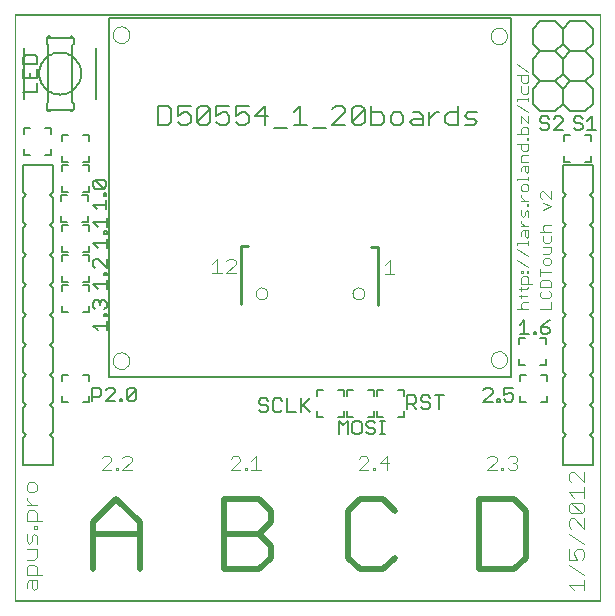
<source format=gto>
G75*
G70*
%OFA0B0*%
%FSLAX24Y24*%
%IPPOS*%
%LPD*%
%AMOC8*
5,1,8,0,0,1.08239X$1,22.5*
%
%ADD10C,0.0000*%
%ADD11C,0.0040*%
%ADD12C,0.0030*%
%ADD13C,0.0200*%
%ADD14C,0.0060*%
%ADD15C,0.0100*%
%ADD16C,0.0050*%
%ADD17C,0.0080*%
D10*
X000736Y000100D02*
X000736Y019663D01*
X020252Y019663D01*
X020252Y000100D01*
X000736Y000100D01*
X000750Y000128D02*
X000750Y019628D01*
X020250Y019628D01*
X020250Y000128D01*
X000750Y000128D01*
X004004Y008120D02*
X004006Y008153D01*
X004012Y008185D01*
X004021Y008216D01*
X004034Y008246D01*
X004051Y008274D01*
X004071Y008300D01*
X004094Y008324D01*
X004119Y008344D01*
X004147Y008362D01*
X004176Y008376D01*
X004207Y008386D01*
X004239Y008393D01*
X004272Y008396D01*
X004305Y008395D01*
X004337Y008390D01*
X004368Y008381D01*
X004399Y008369D01*
X004427Y008353D01*
X004454Y008334D01*
X004478Y008312D01*
X004499Y008287D01*
X004518Y008260D01*
X004533Y008231D01*
X004544Y008201D01*
X004552Y008169D01*
X004556Y008136D01*
X004556Y008104D01*
X004552Y008071D01*
X004544Y008039D01*
X004533Y008009D01*
X004518Y007980D01*
X004499Y007953D01*
X004478Y007928D01*
X004454Y007906D01*
X004427Y007887D01*
X004399Y007871D01*
X004368Y007859D01*
X004337Y007850D01*
X004305Y007845D01*
X004272Y007844D01*
X004239Y007847D01*
X004207Y007854D01*
X004176Y007864D01*
X004147Y007878D01*
X004119Y007896D01*
X004094Y007916D01*
X004071Y007940D01*
X004051Y007966D01*
X004034Y007994D01*
X004021Y008024D01*
X004012Y008055D01*
X004006Y008087D01*
X004004Y008120D01*
X008768Y010364D02*
X008770Y010391D01*
X008776Y010418D01*
X008785Y010444D01*
X008798Y010468D01*
X008814Y010491D01*
X008833Y010510D01*
X008855Y010527D01*
X008879Y010541D01*
X008904Y010551D01*
X008931Y010558D01*
X008958Y010561D01*
X008986Y010560D01*
X009013Y010555D01*
X009039Y010547D01*
X009063Y010535D01*
X009086Y010519D01*
X009107Y010501D01*
X009124Y010480D01*
X009139Y010456D01*
X009150Y010431D01*
X009158Y010405D01*
X009162Y010378D01*
X009162Y010350D01*
X009158Y010323D01*
X009150Y010297D01*
X009139Y010272D01*
X009124Y010248D01*
X009107Y010227D01*
X009086Y010209D01*
X009064Y010193D01*
X009039Y010181D01*
X009013Y010173D01*
X008986Y010168D01*
X008958Y010167D01*
X008931Y010170D01*
X008904Y010177D01*
X008879Y010187D01*
X008855Y010201D01*
X008833Y010218D01*
X008814Y010237D01*
X008798Y010260D01*
X008785Y010284D01*
X008776Y010310D01*
X008770Y010337D01*
X008768Y010364D01*
X011996Y010364D02*
X011998Y010391D01*
X012004Y010418D01*
X012013Y010444D01*
X012026Y010468D01*
X012042Y010491D01*
X012061Y010510D01*
X012083Y010527D01*
X012107Y010541D01*
X012132Y010551D01*
X012159Y010558D01*
X012186Y010561D01*
X012214Y010560D01*
X012241Y010555D01*
X012267Y010547D01*
X012291Y010535D01*
X012314Y010519D01*
X012335Y010501D01*
X012352Y010480D01*
X012367Y010456D01*
X012378Y010431D01*
X012386Y010405D01*
X012390Y010378D01*
X012390Y010350D01*
X012386Y010323D01*
X012378Y010297D01*
X012367Y010272D01*
X012352Y010248D01*
X012335Y010227D01*
X012314Y010209D01*
X012292Y010193D01*
X012267Y010181D01*
X012241Y010173D01*
X012214Y010168D01*
X012186Y010167D01*
X012159Y010170D01*
X012132Y010177D01*
X012107Y010187D01*
X012083Y010201D01*
X012061Y010218D01*
X012042Y010237D01*
X012026Y010260D01*
X012013Y010284D01*
X012004Y010310D01*
X011998Y010337D01*
X011996Y010364D01*
X016602Y008159D02*
X016604Y008192D01*
X016610Y008224D01*
X016619Y008255D01*
X016632Y008285D01*
X016649Y008313D01*
X016669Y008339D01*
X016692Y008363D01*
X016717Y008383D01*
X016745Y008401D01*
X016774Y008415D01*
X016805Y008425D01*
X016837Y008432D01*
X016870Y008435D01*
X016903Y008434D01*
X016935Y008429D01*
X016966Y008420D01*
X016997Y008408D01*
X017025Y008392D01*
X017052Y008373D01*
X017076Y008351D01*
X017097Y008326D01*
X017116Y008299D01*
X017131Y008270D01*
X017142Y008240D01*
X017150Y008208D01*
X017154Y008175D01*
X017154Y008143D01*
X017150Y008110D01*
X017142Y008078D01*
X017131Y008048D01*
X017116Y008019D01*
X017097Y007992D01*
X017076Y007967D01*
X017052Y007945D01*
X017025Y007926D01*
X016997Y007910D01*
X016966Y007898D01*
X016935Y007889D01*
X016903Y007884D01*
X016870Y007883D01*
X016837Y007886D01*
X016805Y007893D01*
X016774Y007903D01*
X016745Y007917D01*
X016717Y007935D01*
X016692Y007955D01*
X016669Y007979D01*
X016649Y008005D01*
X016632Y008033D01*
X016619Y008063D01*
X016610Y008094D01*
X016604Y008126D01*
X016602Y008159D01*
X016602Y018946D02*
X016604Y018979D01*
X016610Y019011D01*
X016619Y019042D01*
X016632Y019072D01*
X016649Y019100D01*
X016669Y019126D01*
X016692Y019150D01*
X016717Y019170D01*
X016745Y019188D01*
X016774Y019202D01*
X016805Y019212D01*
X016837Y019219D01*
X016870Y019222D01*
X016903Y019221D01*
X016935Y019216D01*
X016966Y019207D01*
X016997Y019195D01*
X017025Y019179D01*
X017052Y019160D01*
X017076Y019138D01*
X017097Y019113D01*
X017116Y019086D01*
X017131Y019057D01*
X017142Y019027D01*
X017150Y018995D01*
X017154Y018962D01*
X017154Y018930D01*
X017150Y018897D01*
X017142Y018865D01*
X017131Y018835D01*
X017116Y018806D01*
X017097Y018779D01*
X017076Y018754D01*
X017052Y018732D01*
X017025Y018713D01*
X016997Y018697D01*
X016966Y018685D01*
X016935Y018676D01*
X016903Y018671D01*
X016870Y018670D01*
X016837Y018673D01*
X016805Y018680D01*
X016774Y018690D01*
X016745Y018704D01*
X016717Y018722D01*
X016692Y018742D01*
X016669Y018766D01*
X016649Y018792D01*
X016632Y018820D01*
X016619Y018850D01*
X016610Y018881D01*
X016604Y018913D01*
X016602Y018946D01*
X004004Y018986D02*
X004006Y019019D01*
X004012Y019051D01*
X004021Y019082D01*
X004034Y019112D01*
X004051Y019140D01*
X004071Y019166D01*
X004094Y019190D01*
X004119Y019210D01*
X004147Y019228D01*
X004176Y019242D01*
X004207Y019252D01*
X004239Y019259D01*
X004272Y019262D01*
X004305Y019261D01*
X004337Y019256D01*
X004368Y019247D01*
X004399Y019235D01*
X004427Y019219D01*
X004454Y019200D01*
X004478Y019178D01*
X004499Y019153D01*
X004518Y019126D01*
X004533Y019097D01*
X004544Y019067D01*
X004552Y019035D01*
X004556Y019002D01*
X004556Y018970D01*
X004552Y018937D01*
X004544Y018905D01*
X004533Y018875D01*
X004518Y018846D01*
X004499Y018819D01*
X004478Y018794D01*
X004454Y018772D01*
X004427Y018753D01*
X004399Y018737D01*
X004368Y018725D01*
X004337Y018716D01*
X004305Y018711D01*
X004272Y018710D01*
X004239Y018713D01*
X004207Y018720D01*
X004176Y018730D01*
X004147Y018744D01*
X004119Y018762D01*
X004094Y018782D01*
X004071Y018806D01*
X004051Y018832D01*
X004034Y018860D01*
X004021Y018890D01*
X004012Y018921D01*
X004006Y018953D01*
X004004Y018986D01*
D11*
X007484Y011513D02*
X007484Y011053D01*
X007331Y011053D02*
X007638Y011053D01*
X007791Y011053D02*
X008098Y011360D01*
X008098Y011437D01*
X008022Y011513D01*
X007868Y011513D01*
X007791Y011437D01*
X007484Y011513D02*
X007331Y011360D01*
X007791Y011053D02*
X008098Y011053D01*
X013079Y011014D02*
X013386Y011014D01*
X013233Y011014D02*
X013233Y011474D01*
X013079Y011321D01*
X013134Y004930D02*
X012904Y004700D01*
X013210Y004700D01*
X013134Y004930D02*
X013134Y004469D01*
X012750Y004469D02*
X012673Y004469D01*
X012673Y004546D01*
X012750Y004546D01*
X012750Y004469D01*
X012520Y004469D02*
X012213Y004469D01*
X012520Y004776D01*
X012520Y004853D01*
X012443Y004930D01*
X012290Y004930D01*
X012213Y004853D01*
X008936Y004469D02*
X008629Y004469D01*
X008782Y004469D02*
X008782Y004930D01*
X008629Y004776D01*
X008475Y004546D02*
X008475Y004469D01*
X008399Y004469D01*
X008399Y004546D01*
X008475Y004546D01*
X008245Y004469D02*
X007938Y004469D01*
X008245Y004776D01*
X008245Y004853D01*
X008169Y004930D01*
X008015Y004930D01*
X007938Y004853D01*
X004637Y004789D02*
X004637Y004866D01*
X004560Y004943D01*
X004406Y004943D01*
X004330Y004866D01*
X004637Y004789D02*
X004330Y004482D01*
X004637Y004482D01*
X004176Y004482D02*
X004099Y004482D01*
X004099Y004559D01*
X004176Y004559D01*
X004176Y004482D01*
X003946Y004482D02*
X003639Y004482D01*
X003946Y004789D01*
X003946Y004866D01*
X003869Y004943D01*
X003716Y004943D01*
X003639Y004866D01*
X001480Y003988D02*
X001480Y003815D01*
X001393Y003728D01*
X001220Y003728D01*
X001133Y003815D01*
X001133Y003988D01*
X001220Y004075D01*
X001393Y004075D01*
X001480Y003988D01*
X001133Y003559D02*
X001133Y003472D01*
X001307Y003299D01*
X001480Y003299D02*
X001133Y003299D01*
X001220Y003130D02*
X001393Y003130D01*
X001480Y003043D01*
X001480Y002783D01*
X001480Y002612D02*
X001393Y002612D01*
X001393Y002525D01*
X001480Y002525D01*
X001480Y002612D01*
X001653Y002783D02*
X001133Y002783D01*
X001133Y003043D01*
X001220Y003130D01*
X001133Y002356D02*
X001133Y002096D01*
X001220Y002009D01*
X001307Y002096D01*
X001307Y002270D01*
X001393Y002356D01*
X001480Y002270D01*
X001480Y002009D01*
X001480Y001841D02*
X001133Y001841D01*
X001480Y001841D02*
X001480Y001581D01*
X001393Y001494D01*
X001133Y001494D01*
X001220Y001325D02*
X001393Y001325D01*
X001480Y001238D01*
X001480Y000978D01*
X001480Y000809D02*
X001480Y000549D01*
X001393Y000463D01*
X001307Y000549D01*
X001307Y000809D01*
X001220Y000809D02*
X001133Y000723D01*
X001133Y000549D01*
X001220Y000809D02*
X001480Y000809D01*
X001653Y000978D02*
X001133Y000978D01*
X001133Y001238D01*
X001220Y001325D01*
X016493Y004482D02*
X016800Y004789D01*
X016800Y004866D01*
X016724Y004943D01*
X016570Y004943D01*
X016493Y004866D01*
X016493Y004482D02*
X016800Y004482D01*
X016954Y004482D02*
X017031Y004482D01*
X017031Y004559D01*
X016954Y004559D01*
X016954Y004482D01*
X017184Y004559D02*
X017261Y004482D01*
X017414Y004482D01*
X017491Y004559D01*
X017491Y004636D01*
X017414Y004712D01*
X017337Y004712D01*
X017414Y004712D02*
X017491Y004789D01*
X017491Y004866D01*
X017414Y004943D01*
X017261Y004943D01*
X017184Y004866D01*
X019210Y004332D02*
X019210Y004159D01*
X019296Y004072D01*
X019210Y004332D02*
X019296Y004419D01*
X019383Y004419D01*
X019730Y004072D01*
X019730Y004419D01*
X019730Y003903D02*
X019730Y003556D01*
X019730Y003730D02*
X019210Y003730D01*
X019383Y003556D01*
X019296Y003388D02*
X019643Y003041D01*
X019730Y003127D01*
X019730Y003301D01*
X019643Y003388D01*
X019296Y003388D01*
X019210Y003301D01*
X019210Y003127D01*
X019296Y003041D01*
X019643Y003041D01*
X019730Y002872D02*
X019730Y002525D01*
X019383Y002872D01*
X019296Y002872D01*
X019210Y002785D01*
X019210Y002612D01*
X019296Y002525D01*
X019210Y002356D02*
X019730Y002009D01*
X019643Y001841D02*
X019730Y001754D01*
X019730Y001581D01*
X019643Y001494D01*
X019470Y001494D02*
X019383Y001667D01*
X019383Y001754D01*
X019470Y001841D01*
X019643Y001841D01*
X019470Y001494D02*
X019210Y001494D01*
X019210Y001841D01*
X019210Y001325D02*
X019730Y000978D01*
X019730Y000809D02*
X019730Y000463D01*
X019730Y000636D02*
X019210Y000636D01*
X019383Y000463D01*
D12*
X018610Y009833D02*
X018240Y009833D01*
X018610Y009833D02*
X018610Y010079D01*
X018548Y010201D02*
X018610Y010263D01*
X018610Y010386D01*
X018548Y010448D01*
X018610Y010569D02*
X018610Y010754D01*
X018548Y010816D01*
X018301Y010816D01*
X018240Y010754D01*
X018240Y010569D01*
X018610Y010569D01*
X018301Y010448D02*
X018240Y010386D01*
X018240Y010263D01*
X018301Y010201D01*
X018548Y010201D01*
X017983Y010692D02*
X017613Y010692D01*
X017613Y010877D01*
X017675Y010939D01*
X017798Y010939D01*
X017860Y010877D01*
X017860Y010692D01*
X017860Y010570D02*
X017798Y010508D01*
X017551Y010508D01*
X017613Y010446D02*
X017613Y010570D01*
X017613Y010324D02*
X017613Y010201D01*
X017551Y010263D02*
X017798Y010263D01*
X017860Y010324D01*
X017860Y010079D02*
X017675Y010079D01*
X017613Y010018D01*
X017613Y009894D01*
X017675Y009833D01*
X017490Y009833D02*
X017860Y009833D01*
X018240Y010937D02*
X018240Y011184D01*
X018240Y011061D02*
X018610Y011061D01*
X018548Y011306D02*
X018425Y011306D01*
X018363Y011367D01*
X018363Y011491D01*
X018425Y011553D01*
X018548Y011553D01*
X018610Y011491D01*
X018610Y011367D01*
X018548Y011306D01*
X018548Y011674D02*
X018363Y011674D01*
X018548Y011674D02*
X018610Y011736D01*
X018610Y011921D01*
X018363Y011921D01*
X018425Y012042D02*
X018548Y012042D01*
X018610Y012104D01*
X018610Y012289D01*
X018610Y012411D02*
X018240Y012411D01*
X018363Y012472D02*
X018363Y012596D01*
X018425Y012658D01*
X018610Y012658D01*
X018425Y012411D02*
X018363Y012472D01*
X018363Y012289D02*
X018363Y012104D01*
X018425Y012042D01*
X017860Y012043D02*
X017490Y012043D01*
X017490Y011981D01*
X017490Y011860D02*
X017860Y011613D01*
X017860Y011244D02*
X017490Y011491D01*
X017613Y011122D02*
X017675Y011122D01*
X017675Y011060D01*
X017613Y011060D01*
X017613Y011122D01*
X017798Y011122D02*
X017798Y011060D01*
X017860Y011060D01*
X017860Y011122D01*
X017798Y011122D01*
X017860Y011981D02*
X017860Y012104D01*
X017798Y012227D02*
X017737Y012288D01*
X017737Y012473D01*
X017675Y012473D02*
X017860Y012473D01*
X017860Y012288D01*
X017798Y012227D01*
X017613Y012288D02*
X017613Y012412D01*
X017675Y012473D01*
X017737Y012595D02*
X017613Y012718D01*
X017613Y012780D01*
X017675Y012902D02*
X017613Y012964D01*
X017613Y013149D01*
X017737Y013087D02*
X017737Y012964D01*
X017675Y012902D01*
X017860Y012902D02*
X017860Y013087D01*
X017798Y013149D01*
X017737Y013087D01*
X017798Y013270D02*
X017798Y013332D01*
X017860Y013332D01*
X017860Y013270D01*
X017798Y013270D01*
X017737Y013454D02*
X017613Y013578D01*
X017613Y013639D01*
X017675Y013761D02*
X017613Y013823D01*
X017613Y013946D01*
X017675Y014008D01*
X017798Y014008D01*
X017860Y013946D01*
X017860Y013823D01*
X017798Y013761D01*
X017675Y013761D01*
X017613Y013454D02*
X017860Y013454D01*
X018240Y013577D02*
X018240Y013701D01*
X018301Y013763D01*
X018363Y013763D01*
X018610Y013516D01*
X018610Y013763D01*
X018301Y013516D02*
X018240Y013577D01*
X018363Y013394D02*
X018610Y013271D01*
X018363Y013147D01*
X017860Y012595D02*
X017613Y012595D01*
X017490Y014130D02*
X017490Y014191D01*
X017860Y014191D01*
X017860Y014130D02*
X017860Y014253D01*
X017798Y014375D02*
X017737Y014437D01*
X017737Y014622D01*
X017675Y014622D02*
X017860Y014622D01*
X017860Y014437D01*
X017798Y014375D01*
X017613Y014437D02*
X017613Y014560D01*
X017675Y014622D01*
X017613Y014743D02*
X017613Y014929D01*
X017675Y014990D01*
X017860Y014990D01*
X017798Y015112D02*
X017675Y015112D01*
X017613Y015173D01*
X017613Y015359D01*
X017490Y015359D02*
X017860Y015359D01*
X017860Y015173D01*
X017798Y015112D01*
X017798Y015480D02*
X017798Y015542D01*
X017860Y015542D01*
X017860Y015480D01*
X017798Y015480D01*
X017860Y015664D02*
X017490Y015664D01*
X017613Y015664D02*
X017613Y015849D01*
X017675Y015911D01*
X017798Y015911D01*
X017860Y015849D01*
X017860Y015664D01*
X017860Y016032D02*
X017860Y016279D01*
X017860Y016401D02*
X017490Y016648D01*
X017490Y016769D02*
X017490Y016831D01*
X017860Y016831D01*
X017860Y016769D02*
X017860Y016893D01*
X017798Y017015D02*
X017860Y017076D01*
X017860Y017262D01*
X017798Y017383D02*
X017675Y017383D01*
X017613Y017445D01*
X017613Y017630D01*
X017490Y017630D02*
X017860Y017630D01*
X017860Y017445D01*
X017798Y017383D01*
X017613Y017262D02*
X017613Y017076D01*
X017675Y017015D01*
X017798Y017015D01*
X017860Y017751D02*
X017490Y017998D01*
X017613Y016279D02*
X017860Y016032D01*
X017613Y016032D02*
X017613Y016279D01*
X017613Y014743D02*
X017860Y014743D01*
D13*
X017396Y003510D02*
X016225Y003510D01*
X016225Y001168D01*
X017396Y001168D01*
X017786Y001558D01*
X017786Y003119D01*
X017396Y003510D01*
X013411Y003119D02*
X013021Y003510D01*
X012240Y003510D01*
X011850Y003119D01*
X011850Y001558D01*
X012240Y001168D01*
X013021Y001168D01*
X013411Y001558D01*
X009286Y001558D02*
X008896Y001168D01*
X007725Y001168D01*
X007725Y003510D01*
X008896Y003510D01*
X009286Y003119D01*
X009286Y002729D01*
X008896Y002339D01*
X007725Y002339D01*
X008896Y002339D02*
X009286Y001948D01*
X009286Y001558D01*
X004911Y001168D02*
X004911Y002729D01*
X004131Y003510D01*
X003350Y002729D01*
X003350Y001168D01*
X003350Y002339D02*
X004911Y002339D01*
D14*
X003200Y006743D02*
X003000Y006743D01*
X003200Y006743D02*
X003200Y006943D01*
X003200Y007443D02*
X003200Y007643D01*
X003000Y007643D01*
X002500Y007643D02*
X002300Y007643D01*
X002300Y007443D01*
X002300Y006943D02*
X002300Y006743D01*
X002500Y006743D01*
X002500Y009743D02*
X002300Y009743D01*
X002300Y009943D01*
X002300Y010443D02*
X002300Y010643D01*
X002500Y010643D01*
X002500Y010743D02*
X002300Y010743D01*
X002300Y010943D01*
X002300Y011443D02*
X002300Y011643D01*
X002500Y011643D01*
X002500Y011743D02*
X002300Y011743D01*
X002300Y011943D01*
X002300Y012443D02*
X002300Y012643D01*
X002500Y012643D01*
X002479Y012749D02*
X002279Y012749D01*
X002279Y012949D01*
X002279Y013449D02*
X002279Y013649D01*
X002479Y013649D01*
X002500Y013743D02*
X002300Y013743D01*
X002300Y013943D01*
X002300Y014443D02*
X002300Y014643D01*
X002500Y014643D01*
X002500Y014743D02*
X002300Y014743D01*
X002300Y014943D01*
X001950Y014993D02*
X001750Y014993D01*
X001950Y014993D02*
X001950Y015193D01*
X002300Y015443D02*
X002300Y015643D01*
X002500Y015643D01*
X003000Y015643D02*
X003200Y015643D01*
X003200Y015443D01*
X003200Y014943D02*
X003200Y014743D01*
X003000Y014743D01*
X003000Y014643D02*
X003200Y014643D01*
X003200Y014443D01*
X003200Y013943D02*
X003200Y013743D01*
X003000Y013743D01*
X002979Y013649D02*
X003179Y013649D01*
X003179Y013449D01*
X003179Y012949D02*
X003179Y012749D01*
X002979Y012749D01*
X003000Y012643D02*
X003200Y012643D01*
X003200Y012443D01*
X003200Y011943D02*
X003200Y011743D01*
X003000Y011743D01*
X003000Y011643D02*
X003200Y011643D01*
X003200Y011443D01*
X003200Y010943D02*
X003200Y010743D01*
X003000Y010743D01*
X003000Y010643D02*
X003200Y010643D01*
X003200Y010443D01*
X003200Y009943D02*
X003200Y009743D01*
X003000Y009743D01*
X001250Y014993D02*
X001050Y014993D01*
X001050Y015193D01*
X001050Y015693D02*
X001050Y015893D01*
X001250Y015893D01*
X001750Y015893D02*
X001950Y015893D01*
X001950Y015693D01*
X001900Y016443D02*
X001883Y016445D01*
X001866Y016449D01*
X001850Y016456D01*
X001836Y016466D01*
X001823Y016479D01*
X001813Y016493D01*
X001806Y016509D01*
X001802Y016526D01*
X001800Y016543D01*
X001800Y016693D01*
X001850Y016743D01*
X001850Y018643D01*
X001800Y018693D01*
X001800Y018843D01*
X001802Y018860D01*
X001806Y018877D01*
X001813Y018893D01*
X001823Y018907D01*
X001836Y018920D01*
X001850Y018930D01*
X001866Y018937D01*
X001883Y018941D01*
X001900Y018943D01*
X002600Y018943D02*
X002617Y018941D01*
X002634Y018937D01*
X002650Y018930D01*
X002664Y018920D01*
X002677Y018907D01*
X002687Y018893D01*
X002694Y018877D01*
X002698Y018860D01*
X002700Y018843D01*
X002700Y018693D01*
X002650Y018643D01*
X002650Y016743D01*
X002700Y016693D01*
X002700Y016543D01*
X002698Y016526D01*
X002694Y016509D01*
X002687Y016493D01*
X002677Y016479D01*
X002664Y016466D01*
X002650Y016456D01*
X002634Y016449D01*
X002617Y016445D01*
X002600Y016443D01*
X005530Y016613D02*
X005530Y015973D01*
X005850Y015973D01*
X005957Y016079D01*
X005957Y016506D01*
X005850Y016613D01*
X005530Y016613D01*
X006175Y016613D02*
X006175Y016293D01*
X006388Y016400D01*
X006495Y016400D01*
X006602Y016293D01*
X006602Y016079D01*
X006495Y015973D01*
X006281Y015973D01*
X006175Y016079D01*
X006175Y016613D02*
X006602Y016613D01*
X006819Y016506D02*
X006926Y016613D01*
X007139Y016613D01*
X007246Y016506D01*
X006819Y016079D01*
X006926Y015973D01*
X007139Y015973D01*
X007246Y016079D01*
X007246Y016506D01*
X007464Y016613D02*
X007464Y016293D01*
X007677Y016400D01*
X007784Y016400D01*
X007891Y016293D01*
X007891Y016079D01*
X007784Y015973D01*
X007570Y015973D01*
X007464Y016079D01*
X007464Y016613D02*
X007891Y016613D01*
X008108Y016613D02*
X008108Y016293D01*
X008322Y016400D01*
X008428Y016400D01*
X008535Y016293D01*
X008535Y016079D01*
X008428Y015973D01*
X008215Y015973D01*
X008108Y016079D01*
X008108Y016613D02*
X008535Y016613D01*
X008753Y016293D02*
X009180Y016293D01*
X009073Y015973D02*
X009073Y016613D01*
X008753Y016293D01*
X009397Y015866D02*
X009824Y015866D01*
X010042Y015973D02*
X010469Y015973D01*
X010255Y015973D02*
X010255Y016613D01*
X010042Y016400D01*
X010686Y015866D02*
X011113Y015866D01*
X011331Y015973D02*
X011758Y016400D01*
X011758Y016506D01*
X011651Y016613D01*
X011438Y016613D01*
X011331Y016506D01*
X011331Y015973D02*
X011758Y015973D01*
X011975Y016079D02*
X012403Y016506D01*
X012403Y016079D01*
X012296Y015973D01*
X012082Y015973D01*
X011975Y016079D01*
X011975Y016506D01*
X012082Y016613D01*
X012296Y016613D01*
X012403Y016506D01*
X012620Y016400D02*
X012940Y016400D01*
X013047Y016293D01*
X013047Y016079D01*
X012940Y015973D01*
X012620Y015973D01*
X012620Y016613D01*
X013265Y016293D02*
X013265Y016079D01*
X013371Y015973D01*
X013585Y015973D01*
X013692Y016079D01*
X013692Y016293D01*
X013585Y016400D01*
X013371Y016400D01*
X013265Y016293D01*
X013909Y016079D02*
X014016Y016186D01*
X014336Y016186D01*
X014336Y016293D02*
X014336Y015973D01*
X014016Y015973D01*
X013909Y016079D01*
X014016Y016400D02*
X014229Y016400D01*
X014336Y016293D01*
X014554Y016400D02*
X014554Y015973D01*
X014554Y016186D02*
X014767Y016400D01*
X014874Y016400D01*
X015091Y016293D02*
X015198Y016400D01*
X015518Y016400D01*
X015518Y016613D02*
X015518Y015973D01*
X015198Y015973D01*
X015091Y016079D01*
X015091Y016293D01*
X015735Y016293D02*
X015842Y016400D01*
X016162Y016400D01*
X016056Y016186D02*
X015842Y016186D01*
X015735Y016293D01*
X015735Y015973D02*
X016056Y015973D01*
X016162Y016079D01*
X016056Y016186D01*
X018000Y016693D02*
X018000Y017193D01*
X018250Y017443D01*
X018000Y017693D01*
X018000Y018193D01*
X018250Y018443D01*
X018000Y018693D01*
X018000Y019193D01*
X018250Y019443D01*
X018750Y019443D01*
X019000Y019193D01*
X019000Y018693D01*
X018750Y018443D01*
X019000Y018193D01*
X019000Y017693D01*
X018750Y017443D01*
X019000Y017193D01*
X019000Y016693D01*
X018750Y016443D01*
X018250Y016443D01*
X018000Y016693D01*
X018250Y017443D02*
X018750Y017443D01*
X019000Y017693D02*
X019000Y018193D01*
X019250Y018443D01*
X019000Y018693D01*
X019000Y019193D01*
X019250Y019443D01*
X019750Y019443D01*
X020000Y019193D01*
X020000Y018693D01*
X019750Y018443D01*
X020000Y018193D01*
X020000Y017693D01*
X019750Y017443D01*
X020000Y017193D01*
X020000Y016693D01*
X019750Y016443D01*
X019250Y016443D01*
X019000Y016693D01*
X019000Y017193D01*
X019250Y017443D01*
X019000Y017693D01*
X019250Y017443D02*
X019750Y017443D01*
X019750Y018443D02*
X019250Y018443D01*
X018750Y018443D02*
X018250Y018443D01*
X019050Y015643D02*
X019050Y015443D01*
X019050Y015643D02*
X019250Y015643D01*
X019750Y015643D02*
X019950Y015643D01*
X019950Y015443D01*
X019950Y014943D02*
X019950Y014743D01*
X019750Y014743D01*
X019250Y014743D02*
X019050Y014743D01*
X019050Y014943D01*
X018450Y008893D02*
X018250Y008893D01*
X018450Y008893D02*
X018450Y008693D01*
X018450Y008193D02*
X018450Y007993D01*
X018250Y007993D01*
X018289Y007629D02*
X018489Y007629D01*
X018489Y007429D01*
X018489Y006929D02*
X018489Y006729D01*
X018289Y006729D01*
X017789Y006729D02*
X017589Y006729D01*
X017589Y006929D01*
X017589Y007429D02*
X017589Y007629D01*
X017789Y007629D01*
X017750Y007993D02*
X017550Y007993D01*
X017550Y008193D01*
X017550Y008693D02*
X017550Y008893D01*
X017750Y008893D01*
X013700Y007143D02*
X013700Y006943D01*
X013700Y007143D02*
X013500Y007143D01*
X013000Y007143D02*
X012800Y007143D01*
X012800Y006943D01*
X012700Y006943D02*
X012700Y007143D01*
X012500Y007143D01*
X012000Y007143D02*
X011800Y007143D01*
X011800Y006943D01*
X011700Y006943D02*
X011700Y007143D01*
X011500Y007143D01*
X011000Y007143D02*
X010800Y007143D01*
X010800Y006943D01*
X010800Y006443D02*
X010800Y006243D01*
X011000Y006243D01*
X011500Y006243D02*
X011700Y006243D01*
X011700Y006443D01*
X011800Y006443D02*
X011800Y006243D01*
X012000Y006243D01*
X012500Y006243D02*
X012700Y006243D01*
X012700Y006443D01*
X012800Y006443D02*
X012800Y006243D01*
X013000Y006243D01*
X013500Y006243D02*
X013700Y006243D01*
X013700Y006443D01*
X006819Y016079D02*
X006819Y016506D01*
D15*
X008295Y011939D02*
X008531Y011939D01*
X008295Y011939D02*
X008295Y010009D01*
X012626Y011899D02*
X012862Y011899D01*
X012862Y009970D01*
D16*
X013825Y006968D02*
X014050Y006968D01*
X014125Y006893D01*
X014125Y006743D01*
X014050Y006668D01*
X013825Y006668D01*
X013975Y006668D02*
X014125Y006518D01*
X014285Y006593D02*
X014360Y006518D01*
X014511Y006518D01*
X014586Y006593D01*
X014586Y006668D01*
X014511Y006743D01*
X014360Y006743D01*
X014285Y006818D01*
X014285Y006893D01*
X014360Y006968D01*
X014511Y006968D01*
X014586Y006893D01*
X014746Y006968D02*
X015046Y006968D01*
X014896Y006968D02*
X014896Y006518D01*
X013825Y006518D02*
X013825Y006968D01*
X013068Y006118D02*
X012918Y006118D01*
X012993Y006118D02*
X012993Y005668D01*
X012918Y005668D02*
X013068Y005668D01*
X012758Y005743D02*
X012683Y005668D01*
X012533Y005668D01*
X012458Y005743D01*
X012298Y005743D02*
X012298Y006043D01*
X012222Y006118D01*
X012072Y006118D01*
X011997Y006043D01*
X011997Y005743D01*
X012072Y005668D01*
X012222Y005668D01*
X012298Y005743D01*
X012458Y005968D02*
X012533Y005893D01*
X012683Y005893D01*
X012758Y005818D01*
X012758Y005743D01*
X012758Y006043D02*
X012683Y006118D01*
X012533Y006118D01*
X012458Y006043D01*
X012458Y005968D01*
X011837Y006118D02*
X011837Y005668D01*
X011537Y005668D02*
X011537Y006118D01*
X011687Y005968D01*
X011837Y006118D01*
X010565Y006418D02*
X010340Y006643D01*
X010265Y006568D02*
X010565Y006868D01*
X010265Y006868D02*
X010265Y006418D01*
X010104Y006418D02*
X009804Y006418D01*
X009804Y006868D01*
X009644Y006793D02*
X009569Y006868D01*
X009419Y006868D01*
X009344Y006793D01*
X009344Y006493D01*
X009419Y006418D01*
X009569Y006418D01*
X009644Y006493D01*
X009184Y006493D02*
X009109Y006418D01*
X008958Y006418D01*
X008883Y006493D01*
X008958Y006643D02*
X009109Y006643D01*
X009184Y006568D01*
X009184Y006493D01*
X008958Y006643D02*
X008883Y006718D01*
X008883Y006793D01*
X008958Y006868D01*
X009109Y006868D01*
X009184Y006793D01*
X004776Y006843D02*
X004701Y006768D01*
X004551Y006768D01*
X004476Y006843D01*
X004776Y007143D01*
X004776Y006843D01*
X004776Y007143D02*
X004701Y007218D01*
X004551Y007218D01*
X004476Y007143D01*
X004476Y006843D01*
X004321Y006843D02*
X004321Y006768D01*
X004246Y006768D01*
X004246Y006843D01*
X004321Y006843D01*
X004086Y006768D02*
X003785Y006768D01*
X004086Y007068D01*
X004086Y007143D01*
X004011Y007218D01*
X003860Y007218D01*
X003785Y007143D01*
X003625Y007143D02*
X003625Y006993D01*
X003550Y006918D01*
X003325Y006918D01*
X003325Y006768D02*
X003325Y007218D01*
X003550Y007218D01*
X003625Y007143D01*
X003886Y007569D02*
X003886Y019537D01*
X017272Y019537D01*
X017272Y007569D01*
X003886Y007569D01*
X003800Y009143D02*
X003800Y009443D01*
X003800Y009293D02*
X003350Y009293D01*
X003500Y009143D01*
X003725Y009603D02*
X003725Y009678D01*
X003800Y009678D01*
X003800Y009603D01*
X003725Y009603D01*
X003725Y009833D02*
X003800Y009908D01*
X003800Y010058D01*
X003725Y010133D01*
X003650Y010133D01*
X003575Y010058D01*
X003575Y009983D01*
X003575Y010058D02*
X003500Y010133D01*
X003425Y010133D01*
X003350Y010058D01*
X003350Y009908D01*
X003425Y009833D01*
X003500Y010518D02*
X003350Y010668D01*
X003800Y010668D01*
X003800Y010518D02*
X003800Y010818D01*
X003800Y010978D02*
X003800Y011053D01*
X003725Y011053D01*
X003725Y010978D01*
X003800Y010978D01*
X003800Y011208D02*
X003500Y011508D01*
X003425Y011508D01*
X003350Y011433D01*
X003350Y011283D01*
X003425Y011208D01*
X003800Y011208D02*
X003800Y011508D01*
X003800Y011893D02*
X003800Y012193D01*
X003800Y012043D02*
X003350Y012043D01*
X003500Y011893D01*
X003725Y012353D02*
X003725Y012428D01*
X003800Y012428D01*
X003800Y012353D01*
X003725Y012353D01*
X003800Y012583D02*
X003800Y012883D01*
X003800Y012733D02*
X003350Y012733D01*
X003500Y012583D01*
X003482Y013162D02*
X003332Y013312D01*
X003782Y013312D01*
X003782Y013162D02*
X003782Y013462D01*
X003782Y013623D02*
X003782Y013698D01*
X003707Y013698D01*
X003707Y013623D01*
X003782Y013623D01*
X003707Y013853D02*
X003407Y014153D01*
X003707Y014153D01*
X003782Y014078D01*
X003782Y013928D01*
X003707Y013853D01*
X003407Y013853D01*
X003332Y013928D01*
X003332Y014078D01*
X003407Y014153D01*
X002000Y013728D02*
X001900Y013628D01*
X002000Y013528D01*
X002000Y012728D01*
X001900Y012628D01*
X002000Y012528D01*
X002000Y011728D01*
X001900Y011628D01*
X002000Y011528D01*
X002000Y010728D01*
X001900Y010628D01*
X002000Y010528D01*
X002000Y009728D01*
X001900Y009628D01*
X002000Y009528D01*
X002000Y008728D01*
X001900Y008628D01*
X002000Y008528D01*
X002000Y007728D01*
X001900Y007628D01*
X002000Y007528D01*
X002000Y006728D01*
X001900Y006628D01*
X002000Y006528D01*
X002000Y005728D01*
X001900Y005628D01*
X002000Y005528D01*
X002000Y004628D01*
X001000Y004628D01*
X001000Y005528D01*
X001100Y005628D01*
X001000Y005728D01*
X001000Y006528D01*
X001100Y006628D01*
X001000Y006728D01*
X001000Y007528D01*
X001100Y007628D01*
X001000Y007728D01*
X001000Y008528D01*
X001100Y008628D01*
X001000Y008728D01*
X001000Y009528D01*
X001100Y009628D01*
X001000Y009728D01*
X001000Y010528D01*
X001100Y010628D01*
X001000Y010728D01*
X001000Y011528D01*
X001100Y011628D01*
X001000Y011728D01*
X001000Y012528D01*
X001100Y012628D01*
X001000Y012728D01*
X001000Y013528D01*
X001100Y013628D01*
X001000Y013728D01*
X001000Y014628D01*
X002000Y014628D01*
X002000Y013728D01*
X001475Y017086D02*
X001025Y017086D01*
X001475Y017086D02*
X001475Y017387D01*
X001475Y017547D02*
X001475Y017847D01*
X001475Y018007D02*
X001475Y018232D01*
X001400Y018307D01*
X001100Y018307D01*
X001025Y018232D01*
X001025Y018007D01*
X001475Y018007D01*
X001250Y017697D02*
X001250Y017547D01*
X001025Y017547D02*
X001475Y017547D01*
X001025Y017547D02*
X001025Y017847D01*
X016364Y007129D02*
X016439Y007204D01*
X016590Y007204D01*
X016665Y007129D01*
X016665Y007054D01*
X016364Y006754D01*
X016665Y006754D01*
X016825Y006754D02*
X016900Y006754D01*
X016900Y006829D01*
X016825Y006829D01*
X016825Y006754D01*
X017055Y006829D02*
X017130Y006754D01*
X017280Y006754D01*
X017355Y006829D01*
X017355Y006979D01*
X017280Y007054D01*
X017205Y007054D01*
X017055Y006979D01*
X017055Y007204D01*
X017355Y007204D01*
X019000Y007528D02*
X019000Y006728D01*
X019100Y006628D01*
X019000Y006528D01*
X019000Y005728D01*
X019100Y005628D01*
X019000Y005528D01*
X019000Y004628D01*
X020000Y004628D01*
X020000Y005528D01*
X019900Y005628D01*
X020000Y005728D01*
X020000Y006528D01*
X019900Y006628D01*
X020000Y006728D01*
X020000Y007528D01*
X019900Y007628D01*
X020000Y007728D01*
X020000Y008528D01*
X019900Y008628D01*
X020000Y008728D01*
X020000Y009528D01*
X019900Y009628D01*
X020000Y009728D01*
X020000Y010528D01*
X019900Y010628D01*
X020000Y010728D01*
X020000Y011528D01*
X019900Y011628D01*
X020000Y011728D01*
X020000Y012528D01*
X019900Y012628D01*
X020000Y012728D01*
X020000Y013528D01*
X019900Y013628D01*
X020000Y013728D01*
X020000Y014628D01*
X019000Y014628D01*
X019000Y013728D01*
X019100Y013628D01*
X019000Y013528D01*
X019000Y012728D01*
X019100Y012628D01*
X019000Y012528D01*
X019000Y011728D01*
X019100Y011628D01*
X019000Y011528D01*
X019000Y010728D01*
X019100Y010628D01*
X019000Y010528D01*
X019000Y009728D01*
X019100Y009628D01*
X019000Y009528D01*
X019000Y008728D01*
X019100Y008628D01*
X019000Y008528D01*
X019000Y007728D01*
X019100Y007628D01*
X019000Y007528D01*
X018491Y009018D02*
X018341Y009018D01*
X018266Y009093D01*
X018266Y009243D01*
X018491Y009243D01*
X018566Y009168D01*
X018566Y009093D01*
X018491Y009018D01*
X018266Y009243D02*
X018416Y009393D01*
X018566Y009468D01*
X018110Y009093D02*
X018110Y009018D01*
X018035Y009018D01*
X018035Y009093D01*
X018110Y009093D01*
X017875Y009018D02*
X017575Y009018D01*
X017725Y009018D02*
X017725Y009468D01*
X017575Y009318D01*
X018320Y015813D02*
X018245Y015888D01*
X018320Y015813D02*
X018470Y015813D01*
X018545Y015888D01*
X018545Y015963D01*
X018470Y016038D01*
X018320Y016038D01*
X018245Y016113D01*
X018245Y016188D01*
X018320Y016263D01*
X018470Y016263D01*
X018545Y016188D01*
X018705Y016188D02*
X018780Y016263D01*
X018931Y016263D01*
X019006Y016188D01*
X019006Y016113D01*
X018705Y015813D01*
X019006Y015813D01*
X019370Y015888D02*
X019445Y015813D01*
X019595Y015813D01*
X019670Y015888D01*
X019670Y015963D01*
X019595Y016038D01*
X019445Y016038D01*
X019370Y016113D01*
X019370Y016188D01*
X019445Y016263D01*
X019595Y016263D01*
X019670Y016188D01*
X019830Y016113D02*
X019981Y016263D01*
X019981Y015813D01*
X020131Y015813D02*
X019830Y015813D01*
D17*
X003450Y016843D02*
X003450Y018543D01*
X002655Y018893D02*
X001850Y018893D01*
X001050Y018543D02*
X001050Y016843D01*
X001850Y016493D02*
X002643Y016493D01*
X001550Y017693D02*
X001552Y017745D01*
X001558Y017797D01*
X001568Y017849D01*
X001581Y017899D01*
X001598Y017949D01*
X001619Y017997D01*
X001644Y018043D01*
X001672Y018087D01*
X001703Y018129D01*
X001737Y018169D01*
X001774Y018206D01*
X001814Y018240D01*
X001856Y018271D01*
X001900Y018299D01*
X001946Y018324D01*
X001994Y018345D01*
X002044Y018362D01*
X002094Y018375D01*
X002146Y018385D01*
X002198Y018391D01*
X002250Y018393D01*
X002302Y018391D01*
X002354Y018385D01*
X002406Y018375D01*
X002456Y018362D01*
X002506Y018345D01*
X002554Y018324D01*
X002600Y018299D01*
X002644Y018271D01*
X002686Y018240D01*
X002726Y018206D01*
X002763Y018169D01*
X002797Y018129D01*
X002828Y018087D01*
X002856Y018043D01*
X002881Y017997D01*
X002902Y017949D01*
X002919Y017899D01*
X002932Y017849D01*
X002942Y017797D01*
X002948Y017745D01*
X002950Y017693D01*
X002948Y017641D01*
X002942Y017589D01*
X002932Y017537D01*
X002919Y017487D01*
X002902Y017437D01*
X002881Y017389D01*
X002856Y017343D01*
X002828Y017299D01*
X002797Y017257D01*
X002763Y017217D01*
X002726Y017180D01*
X002686Y017146D01*
X002644Y017115D01*
X002600Y017087D01*
X002554Y017062D01*
X002506Y017041D01*
X002456Y017024D01*
X002406Y017011D01*
X002354Y017001D01*
X002302Y016995D01*
X002250Y016993D01*
X002198Y016995D01*
X002146Y017001D01*
X002094Y017011D01*
X002044Y017024D01*
X001994Y017041D01*
X001946Y017062D01*
X001900Y017087D01*
X001856Y017115D01*
X001814Y017146D01*
X001774Y017180D01*
X001737Y017217D01*
X001703Y017257D01*
X001672Y017299D01*
X001644Y017343D01*
X001619Y017389D01*
X001598Y017437D01*
X001581Y017487D01*
X001568Y017537D01*
X001558Y017589D01*
X001552Y017641D01*
X001550Y017693D01*
M02*

</source>
